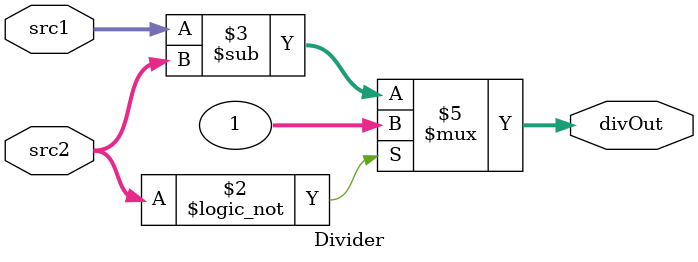
<source format=v>
`timescale 1ns / 1ps
module Divider(
    input [31:0] src1,
    input [31:0] src2,
    output reg[31:0] divOut
    );
	
 reg [31:0] tempSrc1,tempSrc2;
 
 always @ (src1,src2)
 begin	
	/*case({src1[31],src2[31]})
		0:
		begin
			tempSrc1 = src1;
			tempSrc2 = src2;
		end	
		1: 
		begin
			tempSrc1 =  src1;
			tempSrc2 = ~src2 + 1;
		end	
		2: 
		begin
			tempSrc1 = ~src1 + 1;
			tempSrc2 = src2 ;
		end	
		3:
		begin
			tempSrc1 = ~src1 + 1;
			tempSrc2 = ~src2 + 1;
		end
   endcase  */		
		
	if(!src2)
	begin
		divOut = 32'b1;
	end	
	else
	begin	
		divOut = src1 - src2;
   end		
 end		
endmodule

</source>
